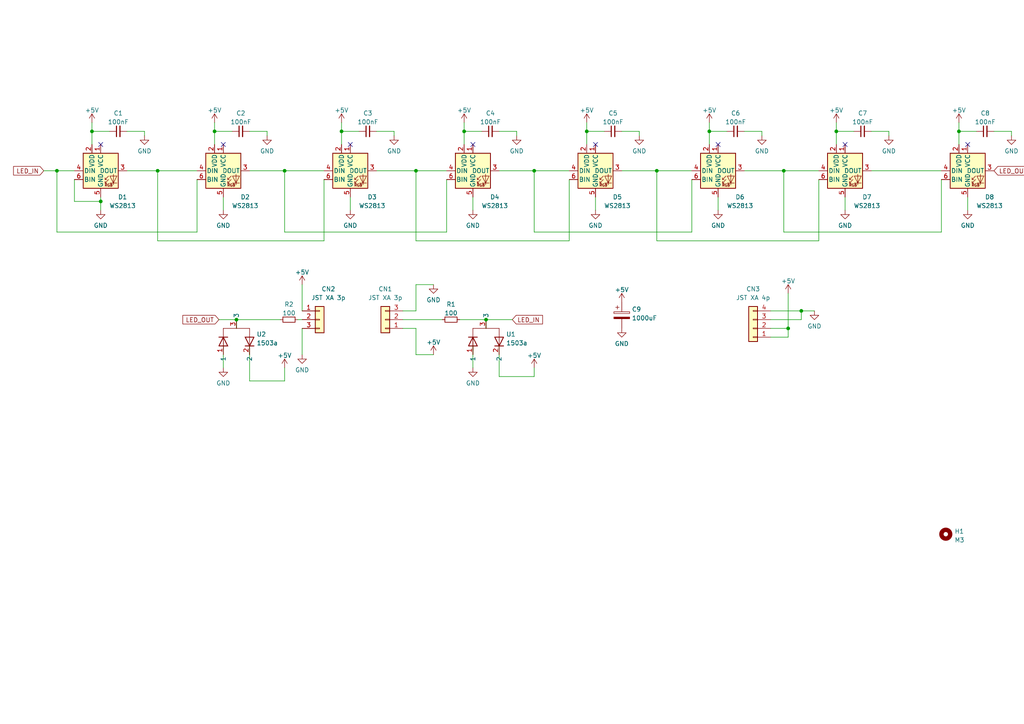
<source format=kicad_sch>
(kicad_sch (version 20211123) (generator eeschema)
  (paper "A4")
  (lib_symbols
    (symbol "1503a:1503a"
      (property "Reference" "U" (at 0 0 0))
      (property "Value" "1503a" (at 0 -2.54 0))
      (symbol "1503a_0_1"
        (polyline (pts (xy 12.7 -27.94) (xy 15.24 -27.94)) (stroke (width 0.254)))
        (polyline (pts (xy 13.97 -30.48) (xy 13.97 -25.4)) (stroke (width 0.1524)))
        (polyline (pts (xy 13.97 -27.94) (xy 13.97 -31.75)) (stroke (width 0.1524)))
        (polyline (pts (xy 13.97 -25.4) (xy 21.59 -25.4)) (stroke (width 0.1524)))
        (polyline (pts (xy 20.32 -30.48) (xy 22.86 -30.48)) (stroke (width 0.254)))
        (polyline (pts (xy 21.59 -25.4) (xy 21.59 -30.48)) (stroke (width 0.1524)))
        (polyline (pts (xy 15.24 -30.48) (xy 12.7 -30.48) (xy 13.97 -27.94) (xy 15.24 -30.48)) (stroke (width 0.254)))
        (polyline (pts (xy 20.32 -27.94) (xy 22.86 -27.94) (xy 21.59 -30.48) (xy 20.32 -27.94)) (stroke (width 0.254)))
      )
      (symbol "1503a_1_1"
        (pin input line (at 13.97 -30.48 270) (length 2.54) (name "1") (number "1"))
        (pin input line (at 21.59 -30.48 270) (length 2.54) (name "2") (number "2"))
        (pin output line (at 17.78 -25.4 90) (length 2.54) (name "3") (number "3"))
      )
    )
    (symbol "Connector_Generic:Conn_01x03" (pin_names (offset 1.016) hide)
      (property "Reference" "J" (at 0 5.08 0))
      (property "Value" "Conn_01x03" (at 0 -5.08 0))
      (symbol "Conn_01x03_1_1"
        (rectangle (start -1.27 -2.413) (end 0 -2.667) (stroke (width 0.1524)))
        (rectangle (start -1.27 0.127) (end 0 -0.127) (stroke (width 0.1524)))
        (rectangle (start -1.27 2.667) (end 0 2.413) (stroke (width 0.1524)))
        (rectangle (start -1.27 3.81) (end 1.27 -3.81) (stroke (width 0.254)) (fill (type background)))
        (pin passive line (at -5.08 2.54 0) (length 3.81) (name "Pin_1") (number "1"))
        (pin passive line (at -5.08 0 0) (length 3.81) (name "Pin_2") (number "2"))
        (pin passive line (at -5.08 -2.54 0) (length 3.81) (name "Pin_3") (number "3"))
      )
    )
    (symbol "Connector_Generic:Conn_01x04" (pin_names (offset 1.016) hide)
      (property "Reference" "J" (at 0 5.08 0))
      (property "Value" "Conn_01x04" (at 0 -7.62 0))
      (symbol "Conn_01x04_1_1"
        (rectangle (start -1.27 -4.953) (end 0 -5.207) (stroke (width 0.1524)))
        (rectangle (start -1.27 -2.413) (end 0 -2.667) (stroke (width 0.1524)))
        (rectangle (start -1.27 0.127) (end 0 -0.127) (stroke (width 0.1524)))
        (rectangle (start -1.27 2.667) (end 0 2.413) (stroke (width 0.1524)))
        (rectangle (start -1.27 3.81) (end 1.27 -6.35) (stroke (width 0.254)) (fill (type background)))
        (pin passive line (at -5.08 2.54 0) (length 3.81) (name "Pin_1") (number "1"))
        (pin passive line (at -5.08 0 0) (length 3.81) (name "Pin_2") (number "2"))
        (pin passive line (at -5.08 -2.54 0) (length 3.81) (name "Pin_3") (number "3"))
        (pin passive line (at -5.08 -5.08 0) (length 3.81) (name "Pin_4") (number "4"))
      )
    )
    (symbol "Device:C_Polarized" (pin_numbers hide) (pin_names (offset 0.254))
      (property "Reference" "C" (at 0.635 2.54 0))
      (property "Value" "C_Polarized" (at 0.635 -2.54 0))
      (symbol "C_Polarized_0_1"
        (rectangle (start -2.286 0.508) (end 2.286 1.016))
        (polyline (pts (xy -1.778 2.286) (xy -0.762 2.286)))
        (polyline (pts (xy -1.27 2.794) (xy -1.27 1.778)))
        (rectangle (start 2.286 -0.508) (end -2.286 -1.016) (fill (type outline)))
      )
      (symbol "C_Polarized_1_1"
        (pin passive line (at 0 3.81 270) (length 2.794) (name "~") (number "1"))
        (pin passive line (at 0 -3.81 90) (length 2.794) (name "~") (number "2"))
      )
    )
    (symbol "Device:C_Small" (pin_numbers hide) (pin_names (offset 0.254) hide)
      (property "Reference" "C" (at 0.254 1.778 0))
      (property "Value" "C_Small" (at 0.254 -2.032 0))
      (symbol "C_Small_0_1"
        (polyline (pts (xy -1.524 -0.508) (xy 1.524 -0.508)) (stroke (width 0.3302)))
        (polyline (pts (xy -1.524 0.508) (xy 1.524 0.508)) (stroke (width 0.3048)))
      )
      (symbol "C_Small_1_1"
        (pin passive line (at 0 2.54 270) (length 2.032) (name "~") (number "1"))
        (pin passive line (at 0 -2.54 90) (length 2.032) (name "~") (number "2"))
      )
    )
    (symbol "Device:R_Small" (pin_numbers hide) (pin_names (offset 0.254) hide)
      (property "Reference" "R" (at 0.762 0.508 0))
      (property "Value" "R_Small" (at 0.762 -1.016 0))
      (symbol "R_Small_0_1"
        (rectangle (start -0.762 1.778) (end 0.762 -1.778) (stroke (width 0.2032)))
      )
      (symbol "R_Small_1_1"
        (pin passive line (at 0 2.54 270) (length 0.762) (name "~") (number "1"))
        (pin passive line (at 0 -2.54 90) (length 0.762) (name "~") (number "2"))
      )
    )
    (symbol "LED:WS2813" (pin_names (offset 0.254))
      (property "Reference" "D" (at 5.08 5.715 0))
      (property "Value" "WS2813" (at 1.27 -5.715 0))
      (symbol "WS2813_0_0"
        (text "RGB" (at 2.286 -4.191 0) (effects (font (size 0.762 0.762))))
      )
      (symbol "WS2813_0_1"
        (polyline (pts (xy 1.27 -3.556) (xy 1.778 -3.556)))
        (polyline (pts (xy 1.27 -2.54) (xy 1.778 -2.54)))
        (polyline (pts (xy 4.699 -3.556) (xy 2.667 -3.556)))
        (polyline (pts (xy 2.286 -2.54) (xy 1.27 -3.556) (xy 1.27 -3.048)))
        (polyline (pts (xy 2.286 -1.524) (xy 1.27 -2.54) (xy 1.27 -2.032)))
        (polyline (pts (xy 3.683 -1.016) (xy 3.683 -3.556) (xy 3.683 -4.064)))
        (polyline (pts (xy 4.699 -1.524) (xy 2.667 -1.524) (xy 3.683 -3.556) (xy 4.699 -1.524)))
        (rectangle (start 5.08 5.08) (end -5.08 -5.08) (stroke (width 0.254)) (fill (type background)))
      )
      (symbol "WS2813_1_1"
        (pin power_in line (at 0 7.62 270) (length 2.54) (name "VCC") (number "1"))
        (pin power_in line (at -2.54 7.62 270) (length 2.54) (name "VDD") (number "2"))
        (pin output line (at 7.62 0 180) (length 2.54) (name "DOUT") (number "3"))
        (pin input line (at -7.62 0 0) (length 2.54) (name "DIN") (number "4"))
        (pin power_in line (at 0 -7.62 90) (length 2.54) (name "GND") (number "5"))
        (pin input line (at -7.62 -2.54 0) (length 2.54) (name "BIN") (number "6"))
      )
    )
    (symbol "Mechanical:MountingHole" (pin_names (offset 1.016))
      (property "Reference" "H" (at 0 5.08 0))
      (property "Value" "MountingHole" (at 0 3.175 0))
      (symbol "MountingHole_0_1"
        (circle (center 0 0) (radius 1.27) (stroke (width 1.27)))
      )
    )
    (symbol "power:+5V" (power) (pin_names (offset 0))
      (property "Value" "+5V" (at 0 3.556 0))
      (symbol "+5V_0_1"
        (polyline (pts (xy -0.762 1.27) (xy 0 2.54)))
        (polyline (pts (xy 0 0) (xy 0 2.54)))
        (polyline (pts (xy 0 2.54) (xy 0.762 1.27)))
      )
      (symbol "+5V_1_1"
        (pin power_in line (at 0 0 90) (length 0) hide (name "+5V") (number "1"))
      )
    )
    (symbol "power:GND" (power) (pin_names (offset 0))
      (property "Value" "GND" (at 0 -3.81 0))
      (symbol "GND_0_1"
        (polyline (pts (xy 0 0) (xy 0 -1.27) (xy 1.27 -1.27) (xy 0 -2.54) (xy -1.27 -1.27) (xy 0 -1.27)))
      )
      (symbol "GND_1_1"
        (pin power_in line (at 0 0 270) (length 0) hide (name "GND") (number "1"))
      )
    )
  )
  (junction (at 232.41 90.17))
  (junction (at 190.5 49.53))
  (junction (at 140.97 92.71))
  (junction (at 227.33 49.53))
  (junction (at 170.18 38.1))
  (junction (at 154.94 49.53))
  (junction (at 228.6 95.25))
  (junction (at 120.65 49.53))
  (junction (at 99.06 38.1))
  (junction (at 26.67 38.1))
  (junction (at 62.23 38.1))
  (junction (at 242.57 38.1))
  (junction (at 278.13 38.1))
  (junction (at 82.55 49.53))
  (junction (at 134.62 38.1))
  (junction (at 68.58 92.71))
  (junction (at 16.51 49.53))
  (junction (at 205.74 38.1))
  (junction (at 45.72 49.53))
  (junction (at 29.21 58.42))
  (no_connect (at 64.77 41.91))
  (no_connect (at 137.16 41.91))
  (no_connect (at 208.28 41.91))
  (no_connect (at 172.72 41.91))
  (no_connect (at 101.6 41.91))
  (no_connect (at 280.67 41.91))
  (no_connect (at 245.11 41.91))
  (no_connect (at 29.21 41.91))
  (wire (pts (xy 205.74 38.1) (xy 205.74 41.91)))
  (wire (pts (xy 252.73 38.1) (xy 257.81 38.1)))
  (wire (pts (xy 120.65 49.53) (xy 129.54 49.53)))
  (wire (pts (xy 45.72 69.85) (xy 93.98 69.85)))
  (wire (pts (xy 82.55 49.53) (xy 82.55 67.31)))
  (wire (pts (xy 257.81 38.1) (xy 257.81 39.37)))
  (wire (pts (xy 280.67 57.15) (xy 280.67 60.96)))
  (wire (pts (xy 144.78 109.22) (xy 154.94 109.22)))
  (wire (pts (xy 170.18 38.1) (xy 175.26 38.1)))
  (wire (pts (xy 82.55 67.31) (xy 129.54 67.31)))
  (wire (pts (xy 87.63 82.55) (xy 87.63 90.17)))
  (wire (pts (xy 45.72 49.53) (xy 45.72 69.85)))
  (wire (pts (xy 99.06 35.56) (xy 99.06 38.1)))
  (wire (pts (xy 116.84 92.71) (xy 128.27 92.71)))
  (wire (pts (xy 62.23 38.1) (xy 67.31 38.1)))
  (wire (pts (xy 190.5 49.53) (xy 190.5 69.85)))
  (wire (pts (xy 57.15 67.31) (xy 57.15 52.07)))
  (wire (pts (xy 227.33 49.53) (xy 227.33 67.31)))
  (wire (pts (xy 223.52 90.17) (xy 232.41 90.17)))
  (wire (pts (xy 114.3 38.1) (xy 114.3 39.37)))
  (wire (pts (xy 64.77 57.15) (xy 64.77 60.96)))
  (wire (pts (xy 29.21 58.42) (xy 29.21 57.15)))
  (wire (pts (xy 109.22 38.1) (xy 114.3 38.1)))
  (wire (pts (xy 242.57 38.1) (xy 247.65 38.1)))
  (wire (pts (xy 205.74 38.1) (xy 210.82 38.1)))
  (wire (pts (xy 154.94 67.31) (xy 200.66 67.31)))
  (wire (pts (xy 208.28 57.15) (xy 208.28 60.96)))
  (wire (pts (xy 29.21 60.96) (xy 29.21 58.42)))
  (wire (pts (xy 63.5 92.71) (xy 68.58 92.71)))
  (wire (pts (xy 125.73 82.55) (xy 120.65 82.55)))
  (wire (pts (xy 288.29 38.1) (xy 293.37 38.1)))
  (wire (pts (xy 220.98 38.1) (xy 220.98 39.37)))
  (wire (pts (xy 137.16 57.15) (xy 137.16 60.96)))
  (wire (pts (xy 134.62 38.1) (xy 139.7 38.1)))
  (wire (pts (xy 26.67 38.1) (xy 31.75 38.1)))
  (wire (pts (xy 36.83 49.53) (xy 45.72 49.53)))
  (wire (pts (xy 62.23 35.56) (xy 62.23 38.1)))
  (wire (pts (xy 87.63 95.25) (xy 87.63 102.87)))
  (wire (pts (xy 140.97 92.71) (xy 148.59 92.71)))
  (wire (pts (xy 144.78 49.53) (xy 154.94 49.53)))
  (wire (pts (xy 278.13 38.1) (xy 283.21 38.1)))
  (wire (pts (xy 232.41 90.17) (xy 236.22 90.17)))
  (wire (pts (xy 278.13 38.1) (xy 278.13 41.91)))
  (wire (pts (xy 101.6 57.15) (xy 101.6 60.96)))
  (wire (pts (xy 134.62 35.56) (xy 134.62 38.1)))
  (wire (pts (xy 77.47 38.1) (xy 77.47 39.37)))
  (wire (pts (xy 129.54 67.31) (xy 129.54 52.07)))
  (wire (pts (xy 36.83 38.1) (xy 41.91 38.1)))
  (wire (pts (xy 26.67 35.56) (xy 26.67 38.1)))
  (wire (pts (xy 180.34 38.1) (xy 185.42 38.1)))
  (wire (pts (xy 144.78 109.22) (xy 144.78 100.33)))
  (wire (pts (xy 140.97 92.71) (xy 140.97 95.25)))
  (wire (pts (xy 26.67 38.1) (xy 26.67 41.91)))
  (wire (pts (xy 154.94 49.53) (xy 165.1 49.53)))
  (wire (pts (xy 227.33 49.53) (xy 237.49 49.53)))
  (wire (pts (xy 172.72 57.15) (xy 172.72 60.96)))
  (wire (pts (xy 120.65 82.55) (xy 120.65 90.17)))
  (wire (pts (xy 227.33 67.31) (xy 273.05 67.31)))
  (wire (pts (xy 252.73 49.53) (xy 273.05 49.53)))
  (wire (pts (xy 16.51 49.53) (xy 21.59 49.53)))
  (wire (pts (xy 170.18 38.1) (xy 170.18 41.91)))
  (wire (pts (xy 133.35 92.71) (xy 140.97 92.71)))
  (wire (pts (xy 120.65 49.53) (xy 120.65 69.85)))
  (wire (pts (xy 215.9 38.1) (xy 220.98 38.1)))
  (wire (pts (xy 86.36 92.71) (xy 87.63 92.71)))
  (wire (pts (xy 144.78 38.1) (xy 149.86 38.1)))
  (wire (pts (xy 228.6 95.25) (xy 223.52 95.25)))
  (wire (pts (xy 273.05 67.31) (xy 273.05 52.07)))
  (wire (pts (xy 82.55 106.68) (xy 82.55 110.49)))
  (wire (pts (xy 120.65 90.17) (xy 116.84 90.17)))
  (wire (pts (xy 190.5 49.53) (xy 200.66 49.53)))
  (wire (pts (xy 72.39 110.49) (xy 72.39 100.33)))
  (wire (pts (xy 215.9 49.53) (xy 227.33 49.53)))
  (wire (pts (xy 228.6 85.09) (xy 228.6 95.25)))
  (wire (pts (xy 16.51 49.53) (xy 16.51 67.31)))
  (wire (pts (xy 205.74 35.56) (xy 205.74 38.1)))
  (wire (pts (xy 64.77 100.33) (xy 64.77 106.68)))
  (wire (pts (xy 134.62 38.1) (xy 134.62 41.91)))
  (wire (pts (xy 223.52 92.71) (xy 232.41 92.71)))
  (wire (pts (xy 68.58 92.71) (xy 68.58 95.25)))
  (wire (pts (xy 21.59 52.07) (xy 21.59 58.42)))
  (wire (pts (xy 170.18 35.56) (xy 170.18 38.1)))
  (wire (pts (xy 72.39 110.49) (xy 82.55 110.49)))
  (wire (pts (xy 242.57 38.1) (xy 242.57 41.91)))
  (wire (pts (xy 185.42 38.1) (xy 185.42 39.37)))
  (wire (pts (xy 120.65 69.85) (xy 165.1 69.85)))
  (wire (pts (xy 93.98 69.85) (xy 93.98 52.07)))
  (wire (pts (xy 120.65 95.25) (xy 120.65 102.87)))
  (wire (pts (xy 45.72 49.53) (xy 57.15 49.53)))
  (wire (pts (xy 228.6 97.79) (xy 228.6 95.25)))
  (wire (pts (xy 232.41 92.71) (xy 232.41 90.17)))
  (wire (pts (xy 165.1 69.85) (xy 165.1 52.07)))
  (wire (pts (xy 278.13 35.56) (xy 278.13 38.1)))
  (wire (pts (xy 16.51 67.31) (xy 57.15 67.31)))
  (wire (pts (xy 237.49 69.85) (xy 237.49 52.07)))
  (wire (pts (xy 190.5 69.85) (xy 237.49 69.85)))
  (wire (pts (xy 12.7 49.53) (xy 16.51 49.53)))
  (wire (pts (xy 223.52 97.79) (xy 228.6 97.79)))
  (wire (pts (xy 109.22 49.53) (xy 120.65 49.53)))
  (wire (pts (xy 120.65 95.25) (xy 116.84 95.25)))
  (wire (pts (xy 180.34 49.53) (xy 190.5 49.53)))
  (wire (pts (xy 149.86 38.1) (xy 149.86 39.37)))
  (wire (pts (xy 99.06 38.1) (xy 99.06 41.91)))
  (wire (pts (xy 242.57 35.56) (xy 242.57 38.1)))
  (wire (pts (xy 200.66 67.31) (xy 200.66 52.07)))
  (wire (pts (xy 293.37 38.1) (xy 293.37 39.37)))
  (wire (pts (xy 21.59 58.42) (xy 29.21 58.42)))
  (wire (pts (xy 82.55 49.53) (xy 93.98 49.53)))
  (wire (pts (xy 68.58 92.71) (xy 81.28 92.71)))
  (wire (pts (xy 62.23 38.1) (xy 62.23 41.91)))
  (wire (pts (xy 120.65 102.87) (xy 125.73 102.87)))
  (wire (pts (xy 245.11 57.15) (xy 245.11 60.96)))
  (wire (pts (xy 154.94 49.53) (xy 154.94 67.31)))
  (wire (pts (xy 154.94 109.22) (xy 154.94 106.68)))
  (wire (pts (xy 41.91 38.1) (xy 41.91 39.37)))
  (wire (pts (xy 72.39 49.53) (xy 82.55 49.53)))
  (wire (pts (xy 137.16 100.33) (xy 137.16 106.68)))
  (wire (pts (xy 72.39 38.1) (xy 77.47 38.1)))
  (wire (pts (xy 99.06 38.1) (xy 104.14 38.1)))
  (global_label "LED_OUT" (shape input) (at 288.29 49.53 0) (property "Intersheet References" "${INTERSHEET_REFS}" (effects hide)))
  (global_label "LED_IN" (shape input) (at 12.7 49.53 180) (property "Intersheet References" "${INTERSHEET_REFS}" (effects hide)))
  (global_label "LED_OUT" (shape input) (at 63.5 92.71 180) (property "Intersheet References" "${INTERSHEET_REFS}" (effects hide)))
  (global_label "LED_IN" (shape input) (at 148.59 92.71 0) (property "Intersheet References" "${INTERSHEET_REFS}" (effects hide)))
  (symbol (lib_id "power:+5V") (at 228.6 85.09 0) (unit 1)
    (property "Reference" "#PWR0110" (effects hide))
    (property "Value" "+5V" (at 228.6 81.5142 0))
  )
  (symbol (lib_id "Device:C_Small") (at 69.85 38.1 90) (unit 1)
    (property "Reference" "C2" (at 69.8563 32.8381 90))
    (property "Value" "100nF" (at 69.8563 35.375 90))
    (property "Footprint" "Capacitor_SMD:C_0805_2012Metric_Pad1.18x1.45mm_HandSolder" (effects hide))
  )
  (symbol (lib_id "power:GND") (at 293.37 39.37 0) (unit 1)
    (property "Reference" "#PWR0145" (effects hide))
    (property "Value" "GND" (at 293.37 43.8134 0))
  )
  (symbol (lib_id "Device:C_Small") (at 177.8 38.1 90) (unit 1)
    (property "Reference" "C5" (at 177.8063 32.8381 90))
    (property "Value" "100nF" (at 177.8063 35.375 90))
    (property "Footprint" "Capacitor_SMD:C_0805_2012Metric_Pad1.18x1.45mm_HandSolder" (effects hide))
  )
  (symbol (lib_id "power:GND") (at 220.98 39.37 0) (unit 1)
    (property "Reference" "#PWR0113" (effects hide))
    (property "Value" "GND" (at 220.98 43.8134 0))
  )
  (symbol (lib_id "power:GND") (at 114.3 39.37 0) (unit 1)
    (property "Reference" "#PWR0147" (effects hide))
    (property "Value" "GND" (at 114.3 43.8134 0))
  )
  (symbol (lib_id "LED:WS2813") (at 280.67 49.53 0) (unit 1)
    (property "Reference" "D8" (at 287.02 57.15 0))
    (property "Value" "WS2813" (at 287.02 59.6869 0))
    (property "Footprint" "LED_SMD:LED_WS2812_PLCC6_5.0x5.0mm_P1.6mm" (effects hide))
    (property "Datasheet" "http://www.normandled.com/upload/201605/WS2813%20LED%20Datasheet.pdf" (effects hide))
  )
  (symbol (lib_id "Device:R_Small") (at 130.81 92.71 90) (unit 1)
    (property "Reference" "R1" (at 130.81 88.2736 90))
    (property "Value" "100" (at 130.81 90.8105 90))
    (property "Footprint" "Resistor_SMD:R_0805_2012Metric_Pad1.20x1.40mm_HandSolder" (effects hide))
  )
  (symbol (lib_id "power:+5V") (at 180.34 87.63 0) (unit 1)
    (property "Reference" "#PWR0102" (effects hide))
    (property "Value" "+5V" (at 180.34 84.0542 0))
  )
  (symbol (lib_id "power:+5V") (at 82.55 106.68 0) (unit 1)
    (property "Reference" "#PWR0105" (effects hide))
    (property "Value" "+5V" (at 82.55 103.1042 0))
  )
  (symbol (lib_id "LED:WS2813") (at 64.77 49.53 0) (unit 1)
    (property "Reference" "D2" (at 71.12 57.15 0))
    (property "Value" "WS2813" (at 71.12 59.6869 0))
    (property "Footprint" "LED_SMD:LED_WS2812_PLCC6_5.0x5.0mm_P1.6mm" (effects hide))
    (property "Datasheet" "http://www.normandled.com/upload/201605/WS2813%20LED%20Datasheet.pdf" (effects hide))
  )
  (symbol (lib_id "LED:WS2813") (at 29.21 49.53 0) (unit 1)
    (property "Reference" "D1" (at 35.56 57.15 0))
    (property "Value" "WS2813" (at 35.56 59.6869 0))
    (property "Footprint" "LED_SMD:LED_WS2812_PLCC6_5.0x5.0mm_P1.6mm" (effects hide))
    (property "Datasheet" "http://www.normandled.com/upload/201605/WS2813%20LED%20Datasheet.pdf" (effects hide))
  )
  (symbol (lib_id "Device:R_Small") (at 83.82 92.71 90) (unit 1)
    (property "Reference" "R2" (at 83.82 88.2736 90))
    (property "Value" "100" (at 83.82 90.8105 90))
    (property "Footprint" "Resistor_SMD:R_0805_2012Metric_Pad1.20x1.40mm_HandSolder" (effects hide))
  )
  (symbol (lib_id "power:+5V") (at 242.57 35.56 0) (unit 1)
    (property "Reference" "#PWR0114" (effects hide))
    (property "Value" "+5V" (at 242.57 31.9842 0))
  )
  (symbol (lib_id "power:GND") (at 137.16 60.96 0) (unit 1)
    (property "Reference" "#PWR0150" (effects hide))
    (property "Value" "GND" (at 137.16 65.4034 0))
  )
  (symbol (lib_id "power:GND") (at 149.86 39.37 0) (unit 1)
    (property "Reference" "#PWR0140" (effects hide))
    (property "Value" "GND" (at 149.86 43.8134 0))
  )
  (symbol (lib_id "Device:C_Small") (at 250.19 38.1 90) (unit 1)
    (property "Reference" "C7" (at 250.1963 32.8381 90))
    (property "Value" "100nF" (at 250.1963 35.375 90))
    (property "Footprint" "Capacitor_SMD:C_0805_2012Metric_Pad1.18x1.45mm_HandSolder" (effects hide))
  )
  (symbol (lib_id "Device:C_Small") (at 213.36 38.1 90) (unit 1)
    (property "Reference" "C6" (at 213.3663 32.8381 90))
    (property "Value" "100nF" (at 213.3663 35.375 90))
    (property "Footprint" "Capacitor_SMD:C_0805_2012Metric_Pad1.18x1.45mm_HandSolder" (effects hide))
  )
  (symbol (lib_id "Connector_Generic:Conn_01x04") (at 218.44 95.25 180) (unit 1)
    (property "Reference" "CN3" (at 218.44 83.8231 0))
    (property "Value" "JST XA 4p" (at 218.44 86.36 0))
    (property "Footprint" "Connector_JST:JST_XA_B04B-XASK-1_1x04_P2.50mm_Vertical" (effects hide))
  )
  (symbol (lib_id "LED:WS2813") (at 245.11 49.53 0) (unit 1)
    (property "Reference" "D7" (at 251.46 57.15 0))
    (property "Value" "WS2813" (at 251.46 59.6869 0))
    (property "Footprint" "LED_SMD:LED_WS2812_PLCC6_5.0x5.0mm_P1.6mm" (effects hide))
    (property "Datasheet" "http://www.normandled.com/upload/201605/WS2813%20LED%20Datasheet.pdf" (effects hide))
  )
  (symbol (lib_id "power:+5V") (at 278.13 35.56 0) (unit 1)
    (property "Reference" "#PWR0144" (effects hide))
    (property "Value" "+5V" (at 278.13 31.9842 0))
  )
  (symbol (lib_id "Connector_Generic:Conn_01x03") (at 111.76 92.71 180) (unit 1)
    (property "Reference" "CN1" (at 111.76 83.8231 0))
    (property "Value" "JST XA 3p" (at 111.76 86.36 0))
    (property "Footprint" "Connector_JST:JST_XA_B03B-XASK-1_1x03_P2.50mm_Vertical" (effects hide))
  )
  (symbol (lib_id "power:+5V") (at 205.74 35.56 0) (unit 1)
    (property "Reference" "#PWR0112" (effects hide))
    (property "Value" "+5V" (at 205.74 31.9842 0))
  )
  (symbol (lib_id "power:GND") (at 64.77 60.96 0) (unit 1)
    (property "Reference" "#PWR0153" (effects hide))
    (property "Value" "GND" (at 64.77 65.4034 0))
  )
  (symbol (lib_id "power:+5V") (at 87.63 82.55 0) (unit 1)
    (property "Reference" "#PWR0130" (effects hide))
    (property "Value" "+5V" (at 87.63 78.9742 0))
  )
  (symbol (lib_id "power:GND") (at 41.91 39.37 0) (unit 1)
    (property "Reference" "#PWR0156" (effects hide))
    (property "Value" "GND" (at 41.91 43.8134 0))
  )
  (symbol (lib_id "power:GND") (at 29.21 60.96 0) (unit 1)
    (property "Reference" "#PWR0157" (effects hide))
    (property "Value" "GND" (at 29.21 65.4034 0))
  )
  (symbol (lib_id "LED:WS2813") (at 137.16 49.53 0) (unit 1)
    (property "Reference" "D4" (at 143.51 57.15 0))
    (property "Value" "WS2813" (at 143.51 59.6869 0))
    (property "Footprint" "LED_SMD:LED_WS2812_PLCC6_5.0x5.0mm_P1.6mm" (effects hide))
    (property "Datasheet" "http://www.normandled.com/upload/201605/WS2813%20LED%20Datasheet.pdf" (effects hide))
  )
  (symbol (lib_id "power:GND") (at 245.11 60.96 0) (unit 1)
    (property "Reference" "#PWR0142" (effects hide))
    (property "Value" "GND" (at 245.11 65.4034 0))
  )
  (symbol (lib_id "LED:WS2813") (at 172.72 49.53 0) (unit 1)
    (property "Reference" "D5" (at 179.07 57.15 0))
    (property "Value" "WS2813" (at 179.07 59.6869 0))
    (property "Footprint" "LED_SMD:LED_WS2812_PLCC6_5.0x5.0mm_P1.6mm" (effects hide))
    (property "Datasheet" "http://www.normandled.com/upload/201605/WS2813%20LED%20Datasheet.pdf" (effects hide))
  )
  (symbol (lib_id "1503a:1503a") (at 50.8 69.85 0) (unit 1)
    (property "Reference" "U2" (at 74.422 96.9553 0) (effects (justify left)))
    (property "Value" "1503a" (at 74.422 99.4922 0) (effects (justify left)))
    (property "Footprint" "Package_TO_SOT_SMD:TSOT-23_HandSoldering" (effects hide))
  )
  (symbol (lib_id "power:GND") (at 236.22 90.17 0) (unit 1)
    (property "Reference" "#PWR0117" (effects hide))
    (property "Value" "GND" (at 236.22 94.6134 0))
  )
  (symbol (lib_id "power:+5V") (at 62.23 35.56 0) (unit 1)
    (property "Reference" "#PWR0152" (effects hide))
    (property "Value" "+5V" (at 62.23 31.9842 0))
  )
  (symbol (lib_id "LED:WS2813") (at 208.28 49.53 0) (unit 1)
    (property "Reference" "D6" (at 214.63 57.15 0))
    (property "Value" "WS2813" (at 214.63 59.6869 0))
    (property "Footprint" "LED_SMD:LED_WS2812_PLCC6_5.0x5.0mm_P1.6mm" (effects hide))
    (property "Datasheet" "http://www.normandled.com/upload/201605/WS2813%20LED%20Datasheet.pdf" (effects hide))
  )
  (symbol (lib_id "power:+5V") (at 170.18 35.56 0) (unit 1)
    (property "Reference" "#PWR0126" (effects hide))
    (property "Value" "+5V" (at 170.18 31.9842 0))
  )
  (symbol (lib_id "power:GND") (at 137.16 106.68 0) (unit 1)
    (property "Reference" "#PWR0104" (effects hide))
    (property "Value" "GND" (at 137.16 111.1234 0))
  )
  (symbol (lib_id "power:GND") (at 180.34 95.25 0) (unit 1)
    (property "Reference" "#PWR0101" (effects hide))
    (property "Value" "GND" (at 180.34 99.6934 0))
  )
  (symbol (lib_id "Device:C_Small") (at 285.75 38.1 90) (unit 1)
    (property "Reference" "C8" (at 285.7563 32.8381 90))
    (property "Value" "100nF" (at 285.7563 35.375 90))
    (property "Footprint" "Capacitor_SMD:C_0805_2012Metric_Pad1.18x1.45mm_HandSolder" (effects hide))
  )
  (symbol (lib_id "power:GND") (at 257.81 39.37 0) (unit 1)
    (property "Reference" "#PWR0143" (effects hide))
    (property "Value" "GND" (at 257.81 43.8134 0))
  )
  (symbol (lib_id "power:GND") (at 64.77 106.68 0) (unit 1)
    (property "Reference" "#PWR0106" (effects hide))
    (property "Value" "GND" (at 64.77 111.1234 0))
  )
  (symbol (lib_id "1503a:1503a") (at 123.19 69.85 0) (unit 1)
    (property "Reference" "U1" (at 146.812 96.9553 0) (effects (justify left)))
    (property "Value" "1503a" (at 146.812 99.4922 0) (effects (justify left)))
    (property "Footprint" "Package_TO_SOT_SMD:TSOT-23_HandSoldering" (effects hide))
  )
  (symbol (lib_id "power:+5V") (at 134.62 35.56 0) (unit 1)
    (property "Reference" "#PWR0149" (effects hide))
    (property "Value" "+5V" (at 134.62 31.9842 0))
  )
  (symbol (lib_id "power:GND") (at 87.63 102.87 0) (unit 1)
    (property "Reference" "#PWR0139" (effects hide))
    (property "Value" "GND" (at 87.63 107.3134 0))
  )
  (symbol (lib_id "power:GND") (at 172.72 60.96 0) (unit 1)
    (property "Reference" "#PWR0127" (effects hide))
    (property "Value" "GND" (at 172.72 65.4034 0))
  )
  (symbol (lib_id "power:+5V") (at 154.94 106.68 0) (unit 1)
    (property "Reference" "#PWR0103" (effects hide))
    (property "Value" "+5V" (at 154.94 103.1042 0))
  )
  (symbol (lib_id "Connector_Generic:Conn_01x03") (at 92.71 92.71 0) (unit 1)
    (property "Reference" "CN2" (at 95.25 83.82 0))
    (property "Value" "JST XA 3p" (at 95.25 86.3631 0))
    (property "Footprint" "Connector_JST:JST_XA_B03B-XASK-1_1x03_P2.50mm_Vertical" (effects hide))
  )
  (symbol (lib_id "power:+5V") (at 99.06 35.56 0) (unit 1)
    (property "Reference" "#PWR0148" (effects hide))
    (property "Value" "+5V" (at 99.06 31.9842 0))
  )
  (symbol (lib_id "LED:WS2813") (at 101.6 49.53 0) (unit 1)
    (property "Reference" "D3" (at 107.95 57.15 0))
    (property "Value" "WS2813" (at 107.95 59.6869 0))
    (property "Footprint" "LED_SMD:LED_WS2812_PLCC6_5.0x5.0mm_P1.6mm" (effects hide))
    (property "Datasheet" "http://www.normandled.com/upload/201605/WS2813%20LED%20Datasheet.pdf" (effects hide))
  )
  (symbol (lib_id "power:GND") (at 125.73 82.55 0) (unit 1)
    (property "Reference" "#PWR0124" (effects hide))
    (property "Value" "GND" (at 125.73 86.9934 0))
  )
  (symbol (lib_id "power:GND") (at 77.47 39.37 0) (unit 1)
    (property "Reference" "#PWR0154" (effects hide))
    (property "Value" "GND" (at 77.47 43.8134 0))
  )
  (symbol (lib_id "power:+5V") (at 125.73 102.87 0) (unit 1)
    (property "Reference" "#PWR0122" (effects hide))
    (property "Value" "+5V" (at 125.73 99.2942 0))
  )
  (symbol (lib_id "Mechanical:MountingHole") (at 274.32 154.94 0) (unit 1)
    (property "Reference" "H1" (at 276.86 154.1053 0) (effects (justify left)))
    (property "Value" "M3" (at 276.86 156.6422 0) (effects (justify left)))
    (property "Footprint" "MountingHole:MountingHole_3.2mm_M3" (effects hide))
  )
  (symbol (lib_id "power:GND") (at 208.28 60.96 0) (unit 1)
    (property "Reference" "#PWR0111" (effects hide))
    (property "Value" "GND" (at 208.28 65.4034 0))
  )
  (symbol (lib_id "power:GND") (at 280.67 60.96 0) (unit 1)
    (property "Reference" "#PWR0146" (effects hide))
    (property "Value" "GND" (at 280.67 65.4034 0))
  )
  (symbol (lib_id "power:+5V") (at 26.67 35.56 0) (unit 1)
    (property "Reference" "#PWR0155" (effects hide))
    (property "Value" "+5V" (at 26.67 31.9842 0))
  )
  (symbol (lib_id "power:GND") (at 101.6 60.96 0) (unit 1)
    (property "Reference" "#PWR0151" (effects hide))
    (property "Value" "GND" (at 101.6 65.4034 0))
  )
  (symbol (lib_id "power:GND") (at 185.42 39.37 0) (unit 1)
    (property "Reference" "#PWR0141" (effects hide))
    (property "Value" "GND" (at 185.42 43.8134 0))
  )
  (symbol (lib_id "Device:C_Small") (at 142.24 38.1 90) (unit 1)
    (property "Reference" "C4" (at 142.2463 32.8381 90))
    (property "Value" "100nF" (at 142.2463 35.375 90))
    (property "Footprint" "Capacitor_SMD:C_0805_2012Metric_Pad1.18x1.45mm_HandSolder" (effects hide))
  )
  (symbol (lib_id "Device:C_Small") (at 106.68 38.1 90) (unit 1)
    (property "Reference" "C3" (at 106.6863 32.8381 90))
    (property "Value" "100nF" (at 106.6863 35.375 90))
    (property "Footprint" "Capacitor_SMD:C_0805_2012Metric_Pad1.18x1.45mm_HandSolder" (effects hide))
  )
  (symbol (lib_id "Device:C_Small") (at 34.29 38.1 90) (unit 1)
    (property "Reference" "C1" (at 34.2963 32.8381 90))
    (property "Value" "100nF" (at 34.2963 35.375 90))
    (property "Footprint" "Capacitor_SMD:C_0805_2012Metric_Pad1.18x1.45mm_HandSolder" (effects hide))
  )
  (symbol (lib_id "Device:C_Polarized") (at 180.34 91.44 0) (unit 1)
    (property "Reference" "C9" (at 183.261 89.7163 0) (effects (justify left)))
    (property "Value" "1000uF" (at 183.261 92.2532 0) (effects (justify left)))
    (property "Footprint" "Capacitor_SMD:CP_Elec_6.3x5.2" (effects hide))
  )
)
</source>
